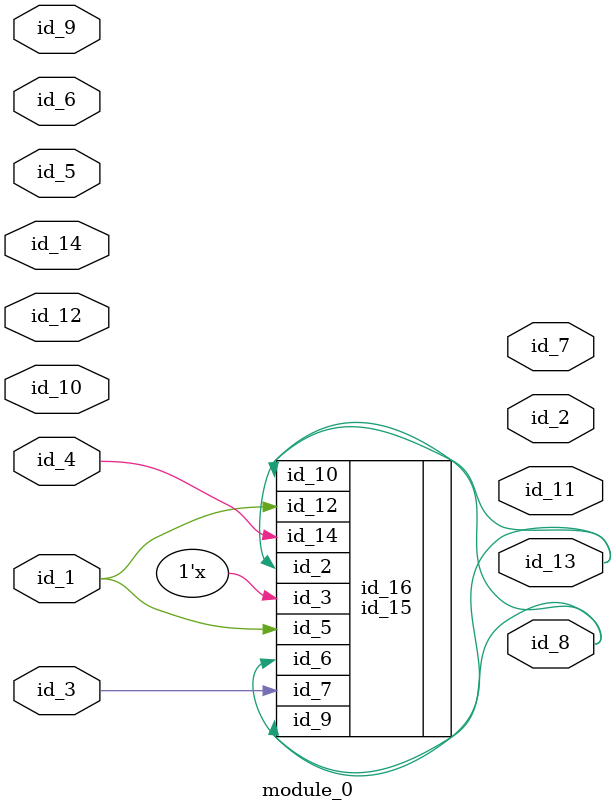
<source format=v>
module module_0 (
    id_1,
    id_2,
    id_3,
    id_4,
    id_5,
    id_6,
    id_7,
    id_8,
    id_9,
    id_10,
    id_11,
    id_12,
    id_13,
    id_14
);
  input id_14;
  output id_13;
  input id_12;
  output id_11;
  input id_10;
  input id_9;
  output id_8;
  output id_7;
  input id_6;
  input id_5;
  input id_4;
  input id_3;
  output id_2;
  input id_1;
  id_15 id_16 (
      .id_7 (id_14),
      .id_9 (id_8),
      .id_14(id_4),
      .id_7 (id_3),
      .id_6 (id_13),
      .id_10(id_13),
      .id_2 (id_8),
      .id_5 (id_1),
      .id_3 (id_3[1]),
      .id_12(id_1)
  );
endmodule

</source>
